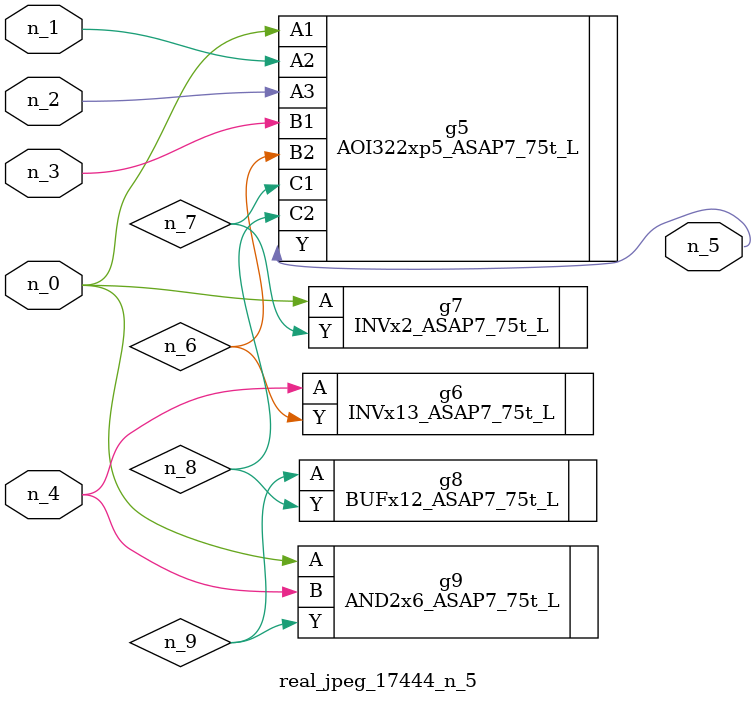
<source format=v>
module real_jpeg_17444_n_5 (n_4, n_0, n_1, n_2, n_3, n_5);

input n_4;
input n_0;
input n_1;
input n_2;
input n_3;

output n_5;

wire n_8;
wire n_6;
wire n_7;
wire n_9;

AOI322xp5_ASAP7_75t_L g5 ( 
.A1(n_0),
.A2(n_1),
.A3(n_2),
.B1(n_3),
.B2(n_6),
.C1(n_7),
.C2(n_8),
.Y(n_5)
);

INVx2_ASAP7_75t_L g7 ( 
.A(n_0),
.Y(n_7)
);

AND2x6_ASAP7_75t_L g9 ( 
.A(n_0),
.B(n_4),
.Y(n_9)
);

INVx13_ASAP7_75t_L g6 ( 
.A(n_4),
.Y(n_6)
);

BUFx12_ASAP7_75t_L g8 ( 
.A(n_9),
.Y(n_8)
);


endmodule
</source>
